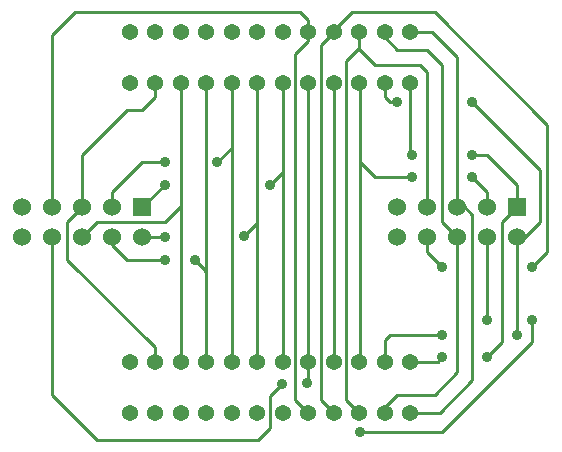
<source format=gtl>
G04 (created by PCBNEW (22-Jun-2014 BZR 4027)-stable) date Fri 07 Jul 2017 01:08:53 AM CDT*
%MOIN*%
G04 Gerber Fmt 3.4, Leading zero omitted, Abs format*
%FSLAX34Y34*%
G01*
G70*
G90*
G04 APERTURE LIST*
%ADD10C,0.00590551*%
%ADD11R,0.06X0.06*%
%ADD12C,0.06*%
%ADD13C,0.054*%
%ADD14C,0.035*%
%ADD15C,0.01*%
G04 APERTURE END LIST*
G54D10*
G54D11*
X67500Y-26250D03*
G54D12*
X67500Y-27250D03*
X66500Y-26250D03*
X66500Y-27250D03*
X65500Y-26250D03*
X65500Y-27250D03*
X64500Y-26250D03*
X64500Y-27250D03*
X63500Y-26250D03*
X63500Y-27250D03*
G54D11*
X55000Y-26250D03*
G54D12*
X55000Y-27250D03*
X54000Y-26250D03*
X54000Y-27250D03*
X53000Y-26250D03*
X53000Y-27250D03*
X52000Y-26250D03*
X52000Y-27250D03*
X51000Y-26250D03*
X51000Y-27250D03*
G54D13*
X59675Y-22095D03*
X60525Y-22095D03*
X57975Y-22095D03*
X58825Y-22095D03*
X59675Y-20405D03*
X58825Y-20405D03*
X57975Y-20405D03*
X60525Y-20405D03*
X57125Y-22095D03*
X56275Y-22095D03*
X55425Y-22095D03*
X54575Y-22095D03*
X57125Y-20405D03*
X56275Y-20405D03*
X55425Y-20405D03*
X54575Y-20405D03*
X61375Y-22095D03*
X62225Y-22095D03*
X63075Y-22095D03*
X63925Y-22095D03*
X61375Y-20405D03*
X62225Y-20405D03*
X63075Y-20405D03*
X63925Y-20405D03*
X58825Y-31405D03*
X57975Y-31405D03*
X60525Y-31405D03*
X59675Y-31405D03*
X58825Y-33095D03*
X59675Y-33095D03*
X60525Y-33095D03*
X57975Y-33095D03*
X61375Y-31405D03*
X62225Y-31405D03*
X63075Y-31405D03*
X63925Y-31405D03*
X61375Y-33095D03*
X62225Y-33095D03*
X63075Y-33095D03*
X63925Y-33095D03*
X57125Y-31405D03*
X56275Y-31405D03*
X55425Y-31405D03*
X54575Y-31405D03*
X57125Y-33095D03*
X56275Y-33095D03*
X55425Y-33095D03*
X54575Y-33095D03*
G54D14*
X57500Y-24750D03*
X55750Y-24750D03*
X56750Y-28000D03*
X55750Y-28000D03*
X65000Y-28250D03*
X68000Y-28250D03*
X66500Y-31250D03*
X65000Y-31250D03*
X64000Y-24500D03*
X66000Y-24500D03*
X65000Y-30500D03*
X67500Y-30500D03*
X66000Y-22750D03*
X63500Y-22750D03*
X64000Y-25250D03*
X66000Y-25250D03*
X66500Y-30000D03*
X68000Y-30000D03*
X62250Y-33750D03*
X60500Y-32100D03*
X59650Y-32150D03*
X55750Y-25500D03*
X59250Y-25500D03*
X58400Y-27200D03*
X55750Y-27250D03*
G54D15*
X54000Y-26250D02*
X54000Y-25750D01*
X58000Y-24250D02*
X57975Y-24250D01*
X57975Y-24275D02*
X58000Y-24250D01*
X57500Y-24750D02*
X57975Y-24275D01*
X55000Y-24750D02*
X55750Y-24750D01*
X54000Y-25750D02*
X55000Y-24750D01*
X57975Y-22095D02*
X57975Y-24250D01*
X57975Y-24250D02*
X57975Y-31405D01*
X54000Y-27250D02*
X54000Y-27500D01*
X57100Y-28400D02*
X57125Y-28400D01*
X57125Y-28375D02*
X57100Y-28400D01*
X56750Y-28000D02*
X57125Y-28375D01*
X54500Y-28000D02*
X55750Y-28000D01*
X54000Y-27500D02*
X54500Y-28000D01*
X57125Y-22095D02*
X57125Y-28400D01*
X57125Y-28400D02*
X57125Y-31405D01*
X53000Y-27250D02*
X53500Y-26750D01*
X55750Y-26750D02*
X56275Y-26225D01*
X53500Y-26750D02*
X55750Y-26750D01*
X56275Y-22095D02*
X56275Y-26225D01*
X56275Y-26225D02*
X56275Y-31405D01*
X65500Y-26250D02*
X65750Y-26250D01*
X64905Y-33095D02*
X63925Y-33095D01*
X66000Y-32000D02*
X64905Y-33095D01*
X66000Y-26500D02*
X66000Y-32000D01*
X65750Y-26250D02*
X66000Y-26500D01*
X63925Y-20405D02*
X64655Y-20405D01*
X65500Y-21250D02*
X65500Y-26250D01*
X64655Y-20405D02*
X65500Y-21250D01*
X65500Y-27250D02*
X65500Y-31750D01*
X63075Y-32925D02*
X63075Y-33095D01*
X63500Y-32500D02*
X63075Y-32925D01*
X64750Y-32500D02*
X63500Y-32500D01*
X65500Y-31750D02*
X64750Y-32500D01*
X63075Y-20405D02*
X63075Y-20575D01*
X65000Y-26750D02*
X65500Y-27250D01*
X65000Y-21500D02*
X65000Y-26750D01*
X64500Y-21000D02*
X65000Y-21500D01*
X63500Y-21000D02*
X64500Y-21000D01*
X63075Y-20575D02*
X63500Y-21000D01*
X62225Y-20950D02*
X61800Y-21375D01*
X61800Y-32670D02*
X62225Y-33095D01*
X61800Y-31650D02*
X61800Y-32670D01*
X61800Y-21375D02*
X61800Y-31650D01*
X62225Y-20405D02*
X62225Y-20950D01*
X62225Y-20950D02*
X62225Y-20975D01*
X64500Y-21750D02*
X64500Y-26250D01*
X64250Y-21500D02*
X64500Y-21750D01*
X62750Y-21500D02*
X64250Y-21500D01*
X62225Y-20975D02*
X62750Y-21500D01*
X61375Y-20405D02*
X61500Y-20280D01*
X64500Y-27750D02*
X64500Y-27250D01*
X65000Y-28250D02*
X64500Y-27750D01*
X68500Y-27750D02*
X68000Y-28250D01*
X68500Y-23500D02*
X68500Y-27750D01*
X64750Y-19750D02*
X68500Y-23500D01*
X62000Y-19750D02*
X64750Y-19750D01*
X61500Y-20250D02*
X62000Y-19750D01*
X61500Y-20280D02*
X61500Y-20250D01*
X61375Y-20405D02*
X60950Y-20830D01*
X60950Y-32670D02*
X61375Y-33095D01*
X60950Y-32100D02*
X60950Y-32670D01*
X60950Y-20830D02*
X60950Y-32100D01*
X60525Y-20405D02*
X60525Y-20025D01*
X52000Y-20500D02*
X52000Y-26250D01*
X52750Y-19750D02*
X52000Y-20500D01*
X60250Y-19750D02*
X52750Y-19750D01*
X60525Y-20025D02*
X60250Y-19750D01*
X60525Y-20405D02*
X60525Y-20725D01*
X60100Y-32670D02*
X60525Y-33095D01*
X60100Y-21150D02*
X60100Y-32670D01*
X60525Y-20725D02*
X60100Y-21150D01*
X63925Y-31405D02*
X64845Y-31405D01*
X67000Y-26750D02*
X67500Y-26250D01*
X67000Y-30750D02*
X67000Y-26750D01*
X66500Y-31250D02*
X67000Y-30750D01*
X64845Y-31405D02*
X65000Y-31250D01*
X67500Y-26250D02*
X67500Y-25500D01*
X63925Y-24425D02*
X63925Y-22095D01*
X64000Y-24500D02*
X63925Y-24425D01*
X66500Y-24500D02*
X66000Y-24500D01*
X67500Y-25500D02*
X66500Y-24500D01*
X53000Y-26250D02*
X52500Y-26750D01*
X55425Y-30925D02*
X55425Y-31405D01*
X52500Y-28000D02*
X55425Y-30925D01*
X52500Y-26750D02*
X52500Y-28000D01*
X53000Y-26250D02*
X53000Y-24500D01*
X55425Y-22575D02*
X55425Y-22095D01*
X55000Y-23000D02*
X55425Y-22575D01*
X54500Y-23000D02*
X55000Y-23000D01*
X53000Y-24500D02*
X54500Y-23000D01*
X67500Y-27250D02*
X67500Y-30500D01*
X63075Y-30675D02*
X63075Y-31405D01*
X63250Y-30500D02*
X63075Y-30675D01*
X63500Y-30500D02*
X63250Y-30500D01*
X63750Y-30500D02*
X63500Y-30500D01*
X65000Y-30500D02*
X63750Y-30500D01*
X63075Y-22095D02*
X63075Y-22575D01*
X67750Y-27250D02*
X67500Y-27250D01*
X68250Y-26750D02*
X67750Y-27250D01*
X68250Y-25000D02*
X68250Y-26750D01*
X66000Y-22750D02*
X68250Y-25000D01*
X63250Y-22750D02*
X63500Y-22750D01*
X63075Y-22575D02*
X63250Y-22750D01*
X62250Y-24750D02*
X62250Y-31380D01*
X62250Y-31380D02*
X62225Y-31405D01*
X66500Y-26250D02*
X66500Y-25750D01*
X62250Y-22120D02*
X62225Y-22095D01*
X62250Y-24750D02*
X62250Y-22120D01*
X62750Y-25250D02*
X62250Y-24750D01*
X63250Y-25250D02*
X62750Y-25250D01*
X64000Y-25250D02*
X63250Y-25250D01*
X66500Y-25750D02*
X66000Y-25250D01*
X66500Y-30000D02*
X66500Y-27250D01*
X68000Y-30750D02*
X68000Y-30000D01*
X65000Y-33750D02*
X68000Y-30750D01*
X64750Y-33750D02*
X65000Y-33750D01*
X62250Y-33750D02*
X64750Y-33750D01*
X61375Y-22095D02*
X61375Y-31405D01*
X52000Y-27250D02*
X52000Y-32500D01*
X60525Y-32075D02*
X60525Y-31405D01*
X60500Y-32100D02*
X60525Y-32075D01*
X59250Y-32550D02*
X59650Y-32150D01*
X59250Y-33600D02*
X59250Y-32550D01*
X58850Y-34000D02*
X59250Y-33600D01*
X53500Y-34000D02*
X58850Y-34000D01*
X52000Y-32500D02*
X53500Y-34000D01*
X60525Y-22095D02*
X60525Y-31405D01*
X59250Y-25500D02*
X59675Y-25075D01*
X55000Y-26250D02*
X55750Y-25500D01*
X59700Y-25100D02*
X59675Y-25100D01*
X59675Y-25075D02*
X59700Y-25100D01*
X59675Y-22095D02*
X59675Y-25100D01*
X59675Y-25100D02*
X59675Y-31405D01*
X55000Y-27250D02*
X55750Y-27250D01*
X58825Y-26775D02*
X58825Y-26725D01*
X58400Y-27200D02*
X58825Y-26775D01*
X58825Y-22095D02*
X58825Y-26700D01*
X58825Y-26700D02*
X58825Y-31405D01*
M02*

</source>
